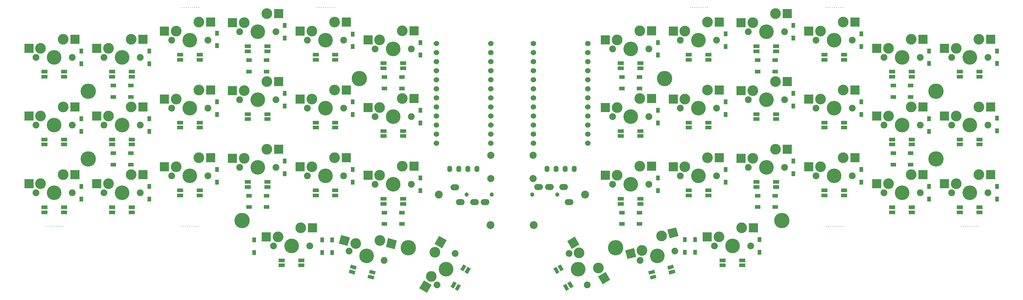
<source format=gbr>
%TF.GenerationSoftware,KiCad,Pcbnew,(5.1.12)-1*%
%TF.CreationDate,2022-11-19T09:45:38+01:00*%
%TF.ProjectId,corne-cherry,636f726e-652d-4636-9865-7272792e6b69,3.0.1*%
%TF.SameCoordinates,Original*%
%TF.FileFunction,Soldermask,Bot*%
%TF.FilePolarity,Negative*%
%FSLAX46Y46*%
G04 Gerber Fmt 4.6, Leading zero omitted, Abs format (unit mm)*
G04 Created by KiCad (PCBNEW (5.1.12)-1) date 2022-11-19 09:45:38*
%MOMM*%
%LPD*%
G01*
G04 APERTURE LIST*
%ADD10C,2.200000*%
%ADD11C,4.300000*%
%ADD12C,1.524000*%
%ADD13C,2.000000*%
%ADD14O,1.397000X1.778000*%
%ADD15O,2.500000X1.700000*%
%ADD16C,1.200000*%
%ADD17C,3.000000*%
%ADD18C,0.100000*%
%ADD19C,1.900000*%
%ADD20C,4.100000*%
%ADD21R,1.500000X1.000000*%
%ADD22R,1.700000X1.000000*%
%ADD23R,2.550000X2.500000*%
%ADD24C,0.300000*%
%ADD25R,1.000000X1.400000*%
G04 APERTURE END LIST*
D10*
%TO.C,Ref\u002A\u002A*%
X168850500Y-74264000D03*
%TD*%
D11*
%TO.C,Ref\u002A\u002A*%
X267099500Y-64265500D03*
%TD*%
%TO.C,Ref\u002A\u002A*%
X191144500Y-41775500D03*
%TD*%
%TO.C,Ref\u002A\u002A*%
X267099500Y-45265500D03*
%TD*%
%TO.C,Ref\u002A\u002A*%
X223955500Y-81530500D03*
%TD*%
D10*
%TO.C,Ref\u002A\u002A*%
X154418500Y-82785000D03*
%TD*%
D11*
%TO.C,Ref\u002A\u002A*%
X177389500Y-89145000D03*
%TD*%
D10*
%TO.C,Ref\u002A\u002A*%
X142301500Y-82775000D03*
%TD*%
%TO.C,Ref\u002A\u002A*%
X127869500Y-74254000D03*
%TD*%
D11*
%TO.C,Ref\u002A\u002A*%
X119330500Y-89135000D03*
%TD*%
%TO.C,Ref\u002A\u002A*%
X72764500Y-81520500D03*
%TD*%
%TO.C,Ref\u002A\u002A*%
X105575500Y-41765500D03*
%TD*%
%TO.C,Ref\u002A\u002A*%
X29607500Y-64280000D03*
%TD*%
%TO.C,Ref\u002A\u002A*%
X29607500Y-45280000D03*
%TD*%
D12*
%TO.C,U1*%
X127203900Y-31942000D03*
X127203900Y-34482000D03*
X127203900Y-37022000D03*
X127203900Y-39562000D03*
X127203900Y-42102000D03*
X127203900Y-44642000D03*
X127203900Y-47182000D03*
X127203900Y-49722000D03*
X127203900Y-52262000D03*
X127203900Y-54802000D03*
X127203900Y-57342000D03*
X127203900Y-59882000D03*
X142423900Y-59882000D03*
X142423900Y-57342000D03*
X142423900Y-54802000D03*
X142423900Y-52262000D03*
X142423900Y-49722000D03*
X142423900Y-47182000D03*
X142423900Y-44642000D03*
X142423900Y-42102000D03*
X142423900Y-39562000D03*
X142423900Y-37022000D03*
X142423900Y-34482000D03*
X142423900Y-31942000D03*
%TD*%
%TO.C,U2*%
X154378900Y-31912000D03*
X154378900Y-34452000D03*
X154378900Y-36992000D03*
X154378900Y-39532000D03*
X154378900Y-42072000D03*
X154378900Y-44612000D03*
X154378900Y-47152000D03*
X154378900Y-49692000D03*
X154378900Y-52232000D03*
X154378900Y-54772000D03*
X154378900Y-57312000D03*
X154378900Y-59852000D03*
X169598900Y-59852000D03*
X169598900Y-57312000D03*
X169598900Y-54772000D03*
X169598900Y-52232000D03*
X169598900Y-49692000D03*
X169598900Y-47152000D03*
X169598900Y-44612000D03*
X169598900Y-42072000D03*
X169598900Y-39532000D03*
X169598900Y-36992000D03*
X169598900Y-34452000D03*
X169598900Y-31912000D03*
%TD*%
D13*
%TO.C,RSW2*%
X154304500Y-63272000D03*
X154304500Y-69772000D03*
%TD*%
%TO.C,RSW1*%
X142424500Y-63281000D03*
X142424500Y-69781000D03*
%TD*%
D14*
%TO.C,J4*%
X165797500Y-67020000D03*
X163257500Y-67020000D03*
X160717500Y-67020000D03*
X158177500Y-67020000D03*
%TD*%
%TO.C,J2*%
X138568500Y-67028000D03*
X136028500Y-67028000D03*
X133488500Y-67028000D03*
X130948500Y-67028000D03*
%TD*%
D15*
%TO.C,J3*%
X164337500Y-76370000D03*
X162837500Y-72170000D03*
X158837500Y-72170000D03*
X155837500Y-72170000D03*
D16*
X161037500Y-74270000D03*
X154037500Y-74270000D03*
%TD*%
D15*
%TO.C,J1*%
X132334500Y-72192000D03*
X133834500Y-76392000D03*
X137834500Y-76392000D03*
X140834500Y-76392000D03*
D16*
X135634500Y-74292000D03*
X142634500Y-74292000D03*
%TD*%
D17*
%TO.C,SW21*%
X126728091Y-90415295D03*
X125752795Y-97184557D03*
D18*
G36*
X127934059Y-85826498D02*
G01*
X130099123Y-87076498D01*
X128824123Y-89284862D01*
X126659059Y-88034862D01*
X127934059Y-85826498D01*
G37*
D19*
X127317500Y-99554409D03*
X132397500Y-90755591D03*
D20*
X129857500Y-95155000D03*
D18*
G36*
X123670263Y-98291608D02*
G01*
X125835327Y-99541608D01*
X124560327Y-101749972D01*
X122395263Y-100499972D01*
X123670263Y-98291608D01*
G37*
%TD*%
D17*
%TO.C,SW42*%
X172533909Y-94809705D03*
X167159205Y-90580443D03*
D18*
G36*
X175904941Y-98148502D02*
G01*
X173739877Y-99398502D01*
X172464877Y-97190138D01*
X174629941Y-95940138D01*
X175904941Y-98148502D01*
G37*
D19*
X164324500Y-90750591D03*
X169404500Y-99549409D03*
D20*
X166864500Y-95150000D03*
D18*
G36*
X167241737Y-88223392D02*
G01*
X165076673Y-89473392D01*
X163801673Y-87265028D01*
X165966737Y-86015028D01*
X167241737Y-88223392D01*
G37*
%TD*%
D21*
%TO.C,LED1*%
X41557500Y-43680000D03*
X41557500Y-46880000D03*
X36657500Y-43680000D03*
X36657500Y-46880000D03*
%TD*%
%TO.C,LED2*%
X79557500Y-36555000D03*
X79557500Y-39755000D03*
X74657500Y-36555000D03*
X74657500Y-39755000D03*
%TD*%
%TO.C,LED3*%
X117557500Y-41305000D03*
X117557500Y-44505000D03*
X112657500Y-41305000D03*
X112657500Y-44505000D03*
%TD*%
%TO.C,LED4*%
X41557500Y-62680000D03*
X41557500Y-65880000D03*
X36657500Y-62680000D03*
X36657500Y-65880000D03*
%TD*%
%TO.C,LED5*%
X79557500Y-74555000D03*
X79557500Y-77755000D03*
X74657500Y-74555000D03*
X74657500Y-77755000D03*
%TD*%
%TO.C,LED6*%
X117557500Y-79305000D03*
X117557500Y-82505000D03*
X112657500Y-79305000D03*
X112657500Y-82505000D03*
%TD*%
%TO.C,LED28*%
X260057500Y-43680000D03*
X260057500Y-46880000D03*
X255157500Y-43680000D03*
X255157500Y-46880000D03*
%TD*%
%TO.C,LED29*%
X222057500Y-36555000D03*
X222057500Y-39755000D03*
X217157500Y-36555000D03*
X217157500Y-39755000D03*
%TD*%
%TO.C,LED30*%
X184057500Y-41305000D03*
X184057500Y-44505000D03*
X179157500Y-41305000D03*
X179157500Y-44505000D03*
%TD*%
%TO.C,LED31*%
X260057500Y-62680000D03*
X260057500Y-65880000D03*
X255157500Y-62680000D03*
X255157500Y-65880000D03*
%TD*%
%TO.C,LED32*%
X222057500Y-74555000D03*
X222057500Y-77755000D03*
X217157500Y-74555000D03*
X217157500Y-77755000D03*
%TD*%
%TO.C,LED33*%
X184057500Y-79305000D03*
X184057500Y-82505000D03*
X179157500Y-79305000D03*
X179157500Y-82505000D03*
%TD*%
D18*
%TO.C,LED26*%
G36*
X108265133Y-96291719D02*
G01*
X108523952Y-95325793D01*
X110166025Y-95765785D01*
X109907206Y-96731711D01*
X108265133Y-96291719D01*
G37*
G36*
X107902787Y-97644015D02*
G01*
X108161606Y-96678089D01*
X109803679Y-97118081D01*
X109544860Y-98084007D01*
X107902787Y-97644015D01*
G37*
G36*
X102952541Y-94868215D02*
G01*
X103211360Y-93902289D01*
X104853433Y-94342281D01*
X104594614Y-95308207D01*
X102952541Y-94868215D01*
G37*
G36*
X102590195Y-96220511D02*
G01*
X102849014Y-95254585D01*
X104491087Y-95694577D01*
X104232268Y-96660503D01*
X102590195Y-96220511D01*
G37*
%TD*%
D22*
%TO.C,LED7*%
X22857500Y-39830000D03*
X22857500Y-41230000D03*
X17357500Y-39830000D03*
X17357500Y-41230000D03*
%TD*%
%TO.C,LED8*%
X41857500Y-39830000D03*
X41857500Y-41230000D03*
X36357500Y-39830000D03*
X36357500Y-41230000D03*
%TD*%
%TO.C,LED9*%
X60857500Y-35080000D03*
X60857500Y-36480000D03*
X55357500Y-35080000D03*
X55357500Y-36480000D03*
%TD*%
%TO.C,LED10*%
X79857500Y-32705000D03*
X79857500Y-34105000D03*
X74357500Y-32705000D03*
X74357500Y-34105000D03*
%TD*%
%TO.C,LED11*%
X98857500Y-35080000D03*
X98857500Y-36480000D03*
X93357500Y-35080000D03*
X93357500Y-36480000D03*
%TD*%
%TO.C,LED12*%
X117857500Y-37455000D03*
X117857500Y-38855000D03*
X112357500Y-37455000D03*
X112357500Y-38855000D03*
%TD*%
%TO.C,LED13*%
X22857500Y-58830000D03*
X22857500Y-60230000D03*
X17357500Y-58830000D03*
X17357500Y-60230000D03*
%TD*%
%TO.C,LED14*%
X41857500Y-58830000D03*
X41857500Y-60230000D03*
X36357500Y-58830000D03*
X36357500Y-60230000D03*
%TD*%
%TO.C,LED15*%
X60857500Y-54080000D03*
X60857500Y-55480000D03*
X55357500Y-54080000D03*
X55357500Y-55480000D03*
%TD*%
%TO.C,LED16*%
X79857500Y-51705000D03*
X79857500Y-53105000D03*
X74357500Y-51705000D03*
X74357500Y-53105000D03*
%TD*%
%TO.C,LED17*%
X98857500Y-54080000D03*
X98857500Y-55480000D03*
X93357500Y-54080000D03*
X93357500Y-55480000D03*
%TD*%
%TO.C,LED18*%
X117857500Y-56455000D03*
X117857500Y-57855000D03*
X112357500Y-56455000D03*
X112357500Y-57855000D03*
%TD*%
%TO.C,LED19*%
X22857500Y-77830000D03*
X22857500Y-79230000D03*
X17357500Y-77830000D03*
X17357500Y-79230000D03*
%TD*%
%TO.C,LED20*%
X41857500Y-77830000D03*
X41857500Y-79230000D03*
X36357500Y-77830000D03*
X36357500Y-79230000D03*
%TD*%
%TO.C,LED21*%
X60857500Y-73080000D03*
X60857500Y-74480000D03*
X55357500Y-73080000D03*
X55357500Y-74480000D03*
%TD*%
%TO.C,LED22*%
X79857500Y-70705000D03*
X79857500Y-72105000D03*
X74357500Y-70705000D03*
X74357500Y-72105000D03*
%TD*%
%TO.C,LED24*%
X117857500Y-75455000D03*
X117857500Y-76855000D03*
X112357500Y-75455000D03*
X112357500Y-76855000D03*
%TD*%
%TO.C,LED25*%
X89357500Y-92705000D03*
X89357500Y-94105000D03*
X83857500Y-92705000D03*
X83857500Y-94105000D03*
%TD*%
D18*
%TO.C,LED27*%
G36*
X134747916Y-95784552D02*
G01*
X133881890Y-95284552D01*
X134731890Y-93812308D01*
X135597916Y-94312308D01*
X134747916Y-95784552D01*
G37*
G36*
X135960352Y-96484552D02*
G01*
X135094326Y-95984552D01*
X135944326Y-94512308D01*
X136810352Y-95012308D01*
X135960352Y-96484552D01*
G37*
G36*
X131997916Y-100547692D02*
G01*
X131131890Y-100047692D01*
X131981890Y-98575448D01*
X132847916Y-99075448D01*
X131997916Y-100547692D01*
G37*
G36*
X133210352Y-101247692D02*
G01*
X132344326Y-100747692D01*
X133194326Y-99275448D01*
X134060352Y-99775448D01*
X133210352Y-101247692D01*
G37*
%TD*%
D22*
%TO.C,LED43*%
X222357500Y-51705000D03*
X222357500Y-53105000D03*
X216857500Y-51705000D03*
X216857500Y-53105000D03*
%TD*%
%TO.C,LED44*%
X203357500Y-54080000D03*
X203357500Y-55480000D03*
X197857500Y-54080000D03*
X197857500Y-55480000D03*
%TD*%
%TO.C,LED45*%
X184357500Y-56455000D03*
X184357500Y-57855000D03*
X178857500Y-56455000D03*
X178857500Y-57855000D03*
%TD*%
%TO.C,LED46*%
X279357500Y-77830000D03*
X279357500Y-79230000D03*
X273857500Y-77830000D03*
X273857500Y-79230000D03*
%TD*%
%TO.C,LED47*%
X260357500Y-77830000D03*
X260357500Y-79230000D03*
X254857500Y-77830000D03*
X254857500Y-79230000D03*
%TD*%
%TO.C,LED48*%
X241357500Y-73080000D03*
X241357500Y-74480000D03*
X235857500Y-73080000D03*
X235857500Y-74480000D03*
%TD*%
%TO.C,LED49*%
X222357500Y-70705000D03*
X222357500Y-72105000D03*
X216857500Y-70705000D03*
X216857500Y-72105000D03*
%TD*%
%TO.C,LED50*%
X203357500Y-73080000D03*
X203357500Y-74480000D03*
X197857500Y-73080000D03*
X197857500Y-74480000D03*
%TD*%
%TO.C,LED51*%
X184357500Y-75455000D03*
X184357500Y-76855000D03*
X178857500Y-75455000D03*
X178857500Y-76855000D03*
%TD*%
%TO.C,LED52*%
X212857500Y-92705000D03*
X212857500Y-94105000D03*
X207357500Y-92705000D03*
X207357500Y-94105000D03*
%TD*%
D18*
%TO.C,LED53*%
G36*
X192127386Y-95303207D02*
G01*
X191868567Y-94337281D01*
X193510640Y-93897289D01*
X193769459Y-94863215D01*
X192127386Y-95303207D01*
G37*
G36*
X192489732Y-96655503D02*
G01*
X192230913Y-95689577D01*
X193872986Y-95249585D01*
X194131805Y-96215511D01*
X192489732Y-96655503D01*
G37*
G36*
X186814794Y-96726711D02*
G01*
X186555975Y-95760785D01*
X188198048Y-95320793D01*
X188456867Y-96286719D01*
X186814794Y-96726711D01*
G37*
G36*
X187177140Y-98079007D02*
G01*
X186918321Y-97113081D01*
X188560394Y-96673089D01*
X188819213Y-97639015D01*
X187177140Y-98079007D01*
G37*
%TD*%
%TO.C,LED54*%
G36*
X163874084Y-99070448D02*
G01*
X164740110Y-98570448D01*
X165590110Y-100042692D01*
X164724084Y-100542692D01*
X163874084Y-99070448D01*
G37*
G36*
X162661648Y-99770448D02*
G01*
X163527674Y-99270448D01*
X164377674Y-100742692D01*
X163511648Y-101242692D01*
X162661648Y-99770448D01*
G37*
G36*
X161124084Y-94307308D02*
G01*
X161990110Y-93807308D01*
X162840110Y-95279552D01*
X161974084Y-95779552D01*
X161124084Y-94307308D01*
G37*
G36*
X159911648Y-95007308D02*
G01*
X160777674Y-94507308D01*
X161627674Y-95979552D01*
X160761648Y-96479552D01*
X159911648Y-95007308D01*
G37*
%TD*%
D22*
%TO.C,LED23*%
X98857500Y-73080000D03*
X98857500Y-74480000D03*
X93357500Y-73080000D03*
X93357500Y-74480000D03*
%TD*%
%TO.C,LED34*%
X279357500Y-39830000D03*
X279357500Y-41230000D03*
X273857500Y-39830000D03*
X273857500Y-41230000D03*
%TD*%
%TO.C,LED35*%
X260357500Y-39830000D03*
X260357500Y-41230000D03*
X254857500Y-39830000D03*
X254857500Y-41230000D03*
%TD*%
%TO.C,LED36*%
X241357500Y-35080000D03*
X241357500Y-36480000D03*
X235857500Y-35080000D03*
X235857500Y-36480000D03*
%TD*%
%TO.C,LED37*%
X222357500Y-32705000D03*
X222357500Y-34105000D03*
X216857500Y-32705000D03*
X216857500Y-34105000D03*
%TD*%
%TO.C,LED38*%
X203357500Y-35080000D03*
X203357500Y-36480000D03*
X197857500Y-35080000D03*
X197857500Y-36480000D03*
%TD*%
%TO.C,LED39*%
X184357500Y-37455000D03*
X184357500Y-38855000D03*
X178857500Y-37455000D03*
X178857500Y-38855000D03*
%TD*%
%TO.C,LED40*%
X279357500Y-58830000D03*
X279357500Y-60230000D03*
X273857500Y-58830000D03*
X273857500Y-60230000D03*
%TD*%
%TO.C,LED41*%
X260357500Y-58830000D03*
X260357500Y-60230000D03*
X254857500Y-58830000D03*
X254857500Y-60230000D03*
%TD*%
%TO.C,LED42*%
X241357500Y-54080000D03*
X241357500Y-55480000D03*
X235857500Y-54080000D03*
X235857500Y-55480000D03*
%TD*%
D17*
%TO.C,SW6*%
X117647500Y-28325000D03*
X111297500Y-30865000D03*
D23*
X120949500Y-28325000D03*
D19*
X110027500Y-33405000D03*
X120187500Y-33405000D03*
D20*
X115107500Y-33405000D03*
D23*
X108022500Y-30865000D03*
%TD*%
D17*
%TO.C,SW33*%
X184154500Y-47320000D03*
X177804500Y-49860000D03*
D23*
X187456500Y-47320000D03*
D19*
X176534500Y-52400000D03*
X186694500Y-52400000D03*
D20*
X181614500Y-52400000D03*
D23*
X174529500Y-49860000D03*
%TD*%
D17*
%TO.C,SW39*%
X184154500Y-66320000D03*
X177804500Y-68860000D03*
D23*
X187456500Y-66320000D03*
D19*
X176534500Y-71400000D03*
X186694500Y-71400000D03*
D20*
X181614500Y-71400000D03*
D23*
X174529500Y-68860000D03*
%TD*%
D17*
%TO.C,SW13*%
X22647500Y-68700000D03*
X16297500Y-71240000D03*
D23*
X25949500Y-68700000D03*
D19*
X15027500Y-73780000D03*
X25187500Y-73780000D03*
D20*
X20107500Y-73780000D03*
D23*
X13022500Y-71240000D03*
%TD*%
D17*
%TO.C,SW35*%
X260154500Y-68695000D03*
X253804500Y-71235000D03*
D23*
X263456500Y-68695000D03*
D19*
X252534500Y-73775000D03*
X262694500Y-73775000D03*
D20*
X257614500Y-73775000D03*
D23*
X250529500Y-71235000D03*
%TD*%
D17*
%TO.C,SW37*%
X222154500Y-61570000D03*
X215804500Y-64110000D03*
D23*
X225456500Y-61570000D03*
D19*
X214534500Y-66650000D03*
X224694500Y-66650000D03*
D20*
X219614500Y-66650000D03*
D23*
X212529500Y-64110000D03*
%TD*%
D17*
%TO.C,SW14*%
X41647500Y-68700000D03*
X35297500Y-71240000D03*
D23*
X44949500Y-68700000D03*
D19*
X34027500Y-73780000D03*
X44187500Y-73780000D03*
D20*
X39107500Y-73780000D03*
D23*
X32022500Y-71240000D03*
%TD*%
D17*
%TO.C,SW7*%
X22647500Y-49700000D03*
X16297500Y-52240000D03*
D23*
X25949500Y-49700000D03*
D19*
X15027500Y-54780000D03*
X25187500Y-54780000D03*
D20*
X20107500Y-54780000D03*
D23*
X13022500Y-52240000D03*
%TD*%
D17*
%TO.C,SW8*%
X41647500Y-49700000D03*
X35297500Y-52240000D03*
D23*
X44949500Y-49700000D03*
D19*
X34027500Y-54780000D03*
X44187500Y-54780000D03*
D20*
X39107500Y-54780000D03*
D23*
X32022500Y-52240000D03*
%TD*%
D17*
%TO.C,SW1*%
X22647500Y-30700000D03*
X16297500Y-33240000D03*
D23*
X25949500Y-30700000D03*
D19*
X15027500Y-35780000D03*
X25187500Y-35780000D03*
D20*
X20107500Y-35780000D03*
D23*
X13022500Y-33240000D03*
%TD*%
D17*
%TO.C,SW2*%
X41647500Y-30700000D03*
X35297500Y-33240000D03*
D23*
X44949500Y-30700000D03*
D19*
X34027500Y-35780000D03*
X44187500Y-35780000D03*
D20*
X39107500Y-35780000D03*
D23*
X32022500Y-33240000D03*
%TD*%
D17*
%TO.C,SW3*%
X60647500Y-25950000D03*
X54297500Y-28490000D03*
D23*
X63949500Y-25950000D03*
D19*
X53027500Y-31030000D03*
X63187500Y-31030000D03*
D20*
X58107500Y-31030000D03*
D23*
X51022500Y-28490000D03*
%TD*%
D17*
%TO.C,SW4*%
X79647500Y-23575000D03*
X73297500Y-26115000D03*
D23*
X82949500Y-23575000D03*
D19*
X72027500Y-28655000D03*
X82187500Y-28655000D03*
D20*
X77107500Y-28655000D03*
D23*
X70022500Y-26115000D03*
%TD*%
D17*
%TO.C,SW5*%
X98647500Y-25950000D03*
X92297500Y-28490000D03*
D23*
X101949500Y-25950000D03*
D19*
X91027500Y-31030000D03*
X101187500Y-31030000D03*
D20*
X96107500Y-31030000D03*
D23*
X89022500Y-28490000D03*
%TD*%
D17*
%TO.C,SW9*%
X60647500Y-44950000D03*
X54297500Y-47490000D03*
D23*
X63949500Y-44950000D03*
D19*
X53027500Y-50030000D03*
X63187500Y-50030000D03*
D20*
X58107500Y-50030000D03*
D23*
X51022500Y-47490000D03*
%TD*%
D17*
%TO.C,SW10*%
X79647500Y-42575000D03*
X73297500Y-45115000D03*
D23*
X82949500Y-42575000D03*
D19*
X72027500Y-47655000D03*
X82187500Y-47655000D03*
D20*
X77107500Y-47655000D03*
D23*
X70022500Y-45115000D03*
%TD*%
D17*
%TO.C,SW11*%
X98647500Y-44950000D03*
X92297500Y-47490000D03*
D23*
X101949500Y-44950000D03*
D19*
X91027500Y-50030000D03*
X101187500Y-50030000D03*
D20*
X96107500Y-50030000D03*
D23*
X89022500Y-47490000D03*
%TD*%
D17*
%TO.C,SW12*%
X117647500Y-47325000D03*
X111297500Y-49865000D03*
D23*
X120949500Y-47325000D03*
D19*
X110027500Y-52405000D03*
X120187500Y-52405000D03*
D20*
X115107500Y-52405000D03*
D23*
X108022500Y-49865000D03*
%TD*%
D17*
%TO.C,SW15*%
X60647500Y-63950000D03*
X54297500Y-66490000D03*
D23*
X63949500Y-63950000D03*
D19*
X53027500Y-69030000D03*
X63187500Y-69030000D03*
D20*
X58107500Y-69030000D03*
D23*
X51022500Y-66490000D03*
%TD*%
D17*
%TO.C,SW16*%
X79647500Y-61575000D03*
X73297500Y-64115000D03*
D23*
X82949500Y-61575000D03*
D19*
X72027500Y-66655000D03*
X82187500Y-66655000D03*
D20*
X77107500Y-66655000D03*
D23*
X70022500Y-64115000D03*
%TD*%
D17*
%TO.C,SW17*%
X98647500Y-63950000D03*
X92297500Y-66490000D03*
D23*
X101949500Y-63950000D03*
D19*
X91027500Y-69030000D03*
X101187500Y-69030000D03*
D20*
X96107500Y-69030000D03*
D23*
X89022500Y-66490000D03*
%TD*%
D17*
%TO.C,SW18*%
X117647500Y-66325000D03*
X111297500Y-68865000D03*
D23*
X120949500Y-66325000D03*
D19*
X110027500Y-71405000D03*
X120187500Y-71405000D03*
D20*
X115107500Y-71405000D03*
D23*
X108022500Y-68865000D03*
%TD*%
D17*
%TO.C,SW19*%
X89147500Y-83575000D03*
X82797500Y-86115000D03*
D23*
X92449500Y-83575000D03*
D19*
X81527500Y-88655000D03*
X91687500Y-88655000D03*
D20*
X86607500Y-88655000D03*
D23*
X79522500Y-86115000D03*
%TD*%
D17*
%TO.C,SW20*%
X111375752Y-87155497D03*
X104584723Y-87965448D03*
D18*
G36*
X116120318Y-87132705D02*
G01*
X115473271Y-89547520D01*
X113010160Y-88887531D01*
X113657207Y-86472716D01*
X116120318Y-87132705D01*
G37*
D19*
X102700597Y-90090199D03*
X112514403Y-92719801D03*
D20*
X107607500Y-91405000D03*
D18*
G36*
X102976395Y-86240402D02*
G01*
X102329348Y-88655217D01*
X99866237Y-87995228D01*
X100513284Y-85580413D01*
X102976395Y-86240402D01*
G37*
%TD*%
D17*
%TO.C,SW22*%
X279154500Y-30695000D03*
X272804500Y-33235000D03*
D23*
X282456500Y-30695000D03*
D19*
X271534500Y-35775000D03*
X281694500Y-35775000D03*
D20*
X276614500Y-35775000D03*
D23*
X269529500Y-33235000D03*
%TD*%
D17*
%TO.C,SW23*%
X260154500Y-30695000D03*
X253804500Y-33235000D03*
D23*
X263456500Y-30695000D03*
D19*
X252534500Y-35775000D03*
X262694500Y-35775000D03*
D20*
X257614500Y-35775000D03*
D23*
X250529500Y-33235000D03*
%TD*%
D17*
%TO.C,SW24*%
X241154500Y-25945000D03*
X234804500Y-28485000D03*
D23*
X244456500Y-25945000D03*
D19*
X233534500Y-31025000D03*
X243694500Y-31025000D03*
D20*
X238614500Y-31025000D03*
D23*
X231529500Y-28485000D03*
%TD*%
D17*
%TO.C,SW25*%
X222154500Y-23570000D03*
X215804500Y-26110000D03*
D23*
X225456500Y-23570000D03*
D19*
X214534500Y-28650000D03*
X224694500Y-28650000D03*
D20*
X219614500Y-28650000D03*
D23*
X212529500Y-26110000D03*
%TD*%
D17*
%TO.C,SW26*%
X203154500Y-25945000D03*
X196804500Y-28485000D03*
D23*
X206456500Y-25945000D03*
D19*
X195534500Y-31025000D03*
X205694500Y-31025000D03*
D20*
X200614500Y-31025000D03*
D23*
X193529500Y-28485000D03*
%TD*%
D17*
%TO.C,SW27*%
X184147500Y-28325000D03*
X177797500Y-30865000D03*
D23*
X187449500Y-28325000D03*
D19*
X176527500Y-33405000D03*
X186687500Y-33405000D03*
D20*
X181607500Y-33405000D03*
D23*
X174522500Y-30865000D03*
%TD*%
D17*
%TO.C,SW28*%
X279154500Y-49695000D03*
X272804500Y-52235000D03*
D23*
X282456500Y-49695000D03*
D19*
X271534500Y-54775000D03*
X281694500Y-54775000D03*
D20*
X276614500Y-54775000D03*
D23*
X269529500Y-52235000D03*
%TD*%
D17*
%TO.C,SW29*%
X260154500Y-49695000D03*
X253804500Y-52235000D03*
D23*
X263456500Y-49695000D03*
D19*
X252534500Y-54775000D03*
X262694500Y-54775000D03*
D20*
X257614500Y-54775000D03*
D23*
X250529500Y-52235000D03*
%TD*%
D17*
%TO.C,SW30*%
X241154500Y-44945000D03*
X234804500Y-47485000D03*
D23*
X244456500Y-44945000D03*
D19*
X233534500Y-50025000D03*
X243694500Y-50025000D03*
D20*
X238614500Y-50025000D03*
D23*
X231529500Y-47485000D03*
%TD*%
D17*
%TO.C,SW31*%
X222154500Y-42570000D03*
X215804500Y-45110000D03*
D23*
X225456500Y-42570000D03*
D19*
X214534500Y-47650000D03*
X224694500Y-47650000D03*
D20*
X219614500Y-47650000D03*
D23*
X212529500Y-45110000D03*
%TD*%
D17*
%TO.C,SW32*%
X203154500Y-44945000D03*
X196804500Y-47485000D03*
D23*
X206456500Y-44945000D03*
D19*
X195534500Y-50025000D03*
X205694500Y-50025000D03*
D20*
X200614500Y-50025000D03*
D23*
X193529500Y-47485000D03*
%TD*%
D17*
%TO.C,SW34*%
X279154500Y-68695000D03*
X272804500Y-71235000D03*
D23*
X282456500Y-68695000D03*
D19*
X271534500Y-73775000D03*
X281694500Y-73775000D03*
D20*
X276614500Y-73775000D03*
D23*
X269529500Y-71235000D03*
%TD*%
D17*
%TO.C,SW36*%
X241154500Y-63945000D03*
X234804500Y-66485000D03*
D23*
X244456500Y-63945000D03*
D19*
X233534500Y-69025000D03*
X243694500Y-69025000D03*
D20*
X238614500Y-69025000D03*
D23*
X231529500Y-66485000D03*
%TD*%
D17*
%TO.C,SW38*%
X203154500Y-63945000D03*
X196804500Y-66485000D03*
D23*
X206456500Y-63945000D03*
D19*
X195534500Y-69025000D03*
X205694500Y-69025000D03*
D20*
X200614500Y-69025000D03*
D23*
X193529500Y-66485000D03*
%TD*%
D17*
%TO.C,SW40*%
X212654500Y-83570000D03*
X206304500Y-86110000D03*
D23*
X215956500Y-83570000D03*
D19*
X205034500Y-88650000D03*
X215194500Y-88650000D03*
D20*
X210114500Y-88650000D03*
D23*
X203029500Y-86110000D03*
%TD*%
D17*
%TO.C,SW41*%
X190253151Y-85835696D03*
X184776922Y-89932649D03*
D18*
G36*
X194350670Y-83443674D02*
G01*
X194997717Y-85858489D01*
X192534606Y-86518478D01*
X191887559Y-84103663D01*
X194350670Y-83443674D01*
G37*
D19*
X184207597Y-92714801D03*
X194021403Y-90085199D03*
D20*
X189114500Y-91400000D03*
D18*
G36*
X182521547Y-89242879D02*
G01*
X183168594Y-91657694D01*
X180705483Y-92317683D01*
X180058436Y-89902868D01*
X182521547Y-89242879D01*
G37*
%TD*%
D24*
%TO.C,REF\u002A\u002A*%
X238649500Y-21870000D03*
X238055750Y-21870000D03*
X237462000Y-21870000D03*
X236868250Y-21870000D03*
X236274500Y-21870000D03*
X240430750Y-21870000D03*
X239243250Y-21870000D03*
X241024500Y-21870000D03*
X239837000Y-21870000D03*
%TD*%
%TO.C,REF\u002A\u002A*%
X200737500Y-21885000D03*
X200143750Y-21885000D03*
X199550000Y-21885000D03*
X198956250Y-21885000D03*
X198362500Y-21885000D03*
X202518750Y-21885000D03*
X201331250Y-21885000D03*
X203112500Y-21885000D03*
X201925000Y-21885000D03*
%TD*%
%TO.C,REF\u002A\u002A*%
X238741500Y-83193000D03*
X238147750Y-83193000D03*
X237554000Y-83193000D03*
X236960250Y-83193000D03*
X236366500Y-83193000D03*
X240522750Y-83193000D03*
X239335250Y-83193000D03*
X241116500Y-83193000D03*
X239929000Y-83193000D03*
%TD*%
%TO.C,REF\u002A\u002A*%
X276655500Y-83183000D03*
X276061750Y-83183000D03*
X275468000Y-83183000D03*
X274874250Y-83183000D03*
X274280500Y-83183000D03*
X278436750Y-83183000D03*
X277249250Y-83183000D03*
X279030500Y-83183000D03*
X277843000Y-83183000D03*
%TD*%
%TO.C,REF\u002A\u002A*%
X56936000Y-83178000D03*
X55748500Y-83178000D03*
X57529750Y-83178000D03*
X56342250Y-83178000D03*
X60498500Y-83178000D03*
X59904750Y-83178000D03*
X59311000Y-83178000D03*
X58717250Y-83178000D03*
X58123500Y-83178000D03*
%TD*%
%TO.C,REF\u002A\u002A*%
X18975000Y-83176000D03*
X17787500Y-83176000D03*
X19568750Y-83176000D03*
X18381250Y-83176000D03*
X22537500Y-83176000D03*
X21943750Y-83176000D03*
X21350000Y-83176000D03*
X20756250Y-83176000D03*
X20162500Y-83176000D03*
%TD*%
%TO.C,REF\u002A\u002A*%
X95020000Y-21873000D03*
X93832500Y-21873000D03*
X95613750Y-21873000D03*
X94426250Y-21873000D03*
X98582500Y-21873000D03*
X97988750Y-21873000D03*
X97395000Y-21873000D03*
X96801250Y-21873000D03*
X96207500Y-21873000D03*
%TD*%
%TO.C,REF\u002A\u002A*%
X57049250Y-21869000D03*
X55861750Y-21869000D03*
X57643000Y-21869000D03*
X56455500Y-21869000D03*
X60611750Y-21869000D03*
X60018000Y-21869000D03*
X59424250Y-21869000D03*
X58830500Y-21869000D03*
X58236750Y-21869000D03*
%TD*%
D25*
%TO.C,D11*%
X103707500Y-48255000D03*
X103707500Y-51805000D03*
%TD*%
%TO.C,D9*%
X65707500Y-48255000D03*
X65707500Y-51805000D03*
%TD*%
%TO.C,D25*%
X227214500Y-26875000D03*
X227214500Y-30425000D03*
%TD*%
%TO.C,D1*%
X27734500Y-34001875D03*
X27734500Y-37551875D03*
%TD*%
%TO.C,D2*%
X46734500Y-34005000D03*
X46734500Y-37555000D03*
%TD*%
%TO.C,D3*%
X65707500Y-29005000D03*
X65707500Y-32555000D03*
%TD*%
%TO.C,D4*%
X84707500Y-26880000D03*
X84707500Y-30430000D03*
%TD*%
%TO.C,D5*%
X103707500Y-29255000D03*
X103707500Y-32805000D03*
%TD*%
%TO.C,D6*%
X122707500Y-31630000D03*
X122707500Y-35180000D03*
%TD*%
%TO.C,D7*%
X27734500Y-53001875D03*
X27734500Y-56551875D03*
%TD*%
%TO.C,D8*%
X46734500Y-53005000D03*
X46734500Y-56555000D03*
%TD*%
%TO.C,D10*%
X84707500Y-45880000D03*
X84707500Y-49430000D03*
%TD*%
%TO.C,D12*%
X122707500Y-50630000D03*
X122707500Y-54180000D03*
%TD*%
%TO.C,D13*%
X27734500Y-72001875D03*
X27734500Y-75551875D03*
%TD*%
%TO.C,D14*%
X46734500Y-72005000D03*
X46734500Y-75555000D03*
%TD*%
%TO.C,D15*%
X65707500Y-67255000D03*
X65707500Y-70805000D03*
%TD*%
%TO.C,D16*%
X84707500Y-64880000D03*
X84707500Y-68430000D03*
%TD*%
%TO.C,D17*%
X103707500Y-67255000D03*
X103707500Y-70805000D03*
%TD*%
%TO.C,D18*%
X122707500Y-69630000D03*
X122707500Y-73180000D03*
%TD*%
%TO.C,D19*%
X76157500Y-86995000D03*
X76157500Y-90545000D03*
%TD*%
%TO.C,D20*%
X95164500Y-86990000D03*
X95164500Y-90540000D03*
%TD*%
%TO.C,D21*%
X98007500Y-86990000D03*
X98007500Y-90540000D03*
%TD*%
%TO.C,D22*%
X284214500Y-34000000D03*
X284214500Y-37550000D03*
%TD*%
%TO.C,D23*%
X265214500Y-34000000D03*
X265214500Y-37550000D03*
%TD*%
%TO.C,D24*%
X246214500Y-29250000D03*
X246214500Y-32800000D03*
%TD*%
%TO.C,D26*%
X208214500Y-29250000D03*
X208214500Y-32800000D03*
%TD*%
%TO.C,D27*%
X189207500Y-31630000D03*
X189207500Y-35180000D03*
%TD*%
%TO.C,D28*%
X284214500Y-52850000D03*
X284214500Y-56400000D03*
%TD*%
%TO.C,D29*%
X265214500Y-53000000D03*
X265214500Y-56550000D03*
%TD*%
%TO.C,D30*%
X246214500Y-48250000D03*
X246214500Y-51800000D03*
%TD*%
%TO.C,D31*%
X227214500Y-45875000D03*
X227214500Y-49425000D03*
%TD*%
%TO.C,D32*%
X208214500Y-48250000D03*
X208214500Y-51800000D03*
%TD*%
%TO.C,D33*%
X189207500Y-50630000D03*
X189207500Y-54180000D03*
%TD*%
%TO.C,D34*%
X284214500Y-72000000D03*
X284214500Y-75550000D03*
%TD*%
%TO.C,D35*%
X265214500Y-72000000D03*
X265214500Y-75550000D03*
%TD*%
%TO.C,D36*%
X246214500Y-67250000D03*
X246214500Y-70800000D03*
%TD*%
%TO.C,D37*%
X227214500Y-64875000D03*
X227214500Y-68425000D03*
%TD*%
%TO.C,D38*%
X208214500Y-67250000D03*
X208214500Y-70800000D03*
%TD*%
%TO.C,D39*%
X189207500Y-69630000D03*
X189207500Y-73180000D03*
%TD*%
%TO.C,D40*%
X217714500Y-86860000D03*
X217714500Y-90410000D03*
%TD*%
%TO.C,D41*%
X199664500Y-86875000D03*
X199664500Y-90425000D03*
%TD*%
%TO.C,D42*%
X196814500Y-86875000D03*
X196814500Y-90425000D03*
%TD*%
M02*

</source>
